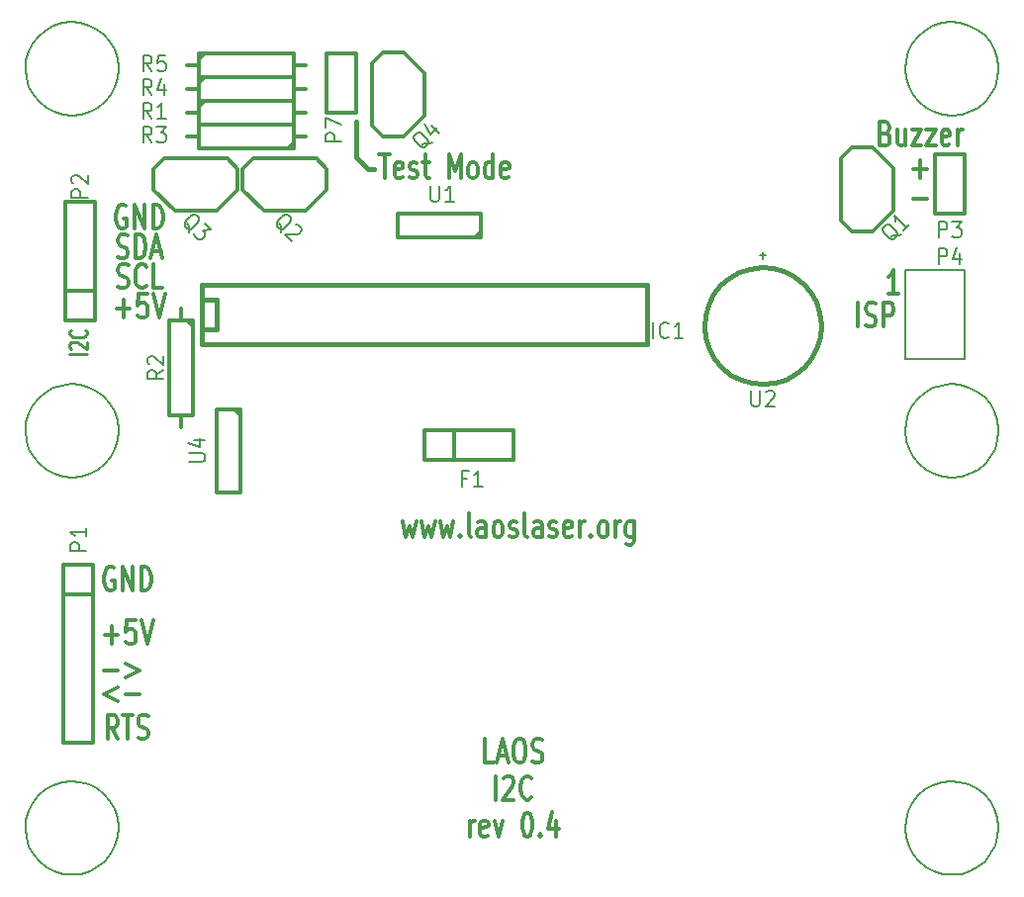
<source format=gto>
G04 (created by PCBNEW-RS274X (2012-apr-16-27)-stable) date Sun 24 Mar 2013 21:35:17 CET*
G01*
G70*
G90*
%MOIN*%
G04 Gerber Fmt 3.4, Leading zero omitted, Abs format*
%FSLAX34Y34*%
G04 APERTURE LIST*
%ADD10C,0.006000*%
%ADD11C,0.015000*%
%ADD12C,0.012000*%
%ADD13C,0.008000*%
%ADD14C,0.010000*%
%ADD15C,0.007500*%
G04 APERTURE END LIST*
G54D10*
G54D11*
X26700Y-20100D02*
X26900Y-20100D01*
X26300Y-19700D02*
X26700Y-20100D01*
X26300Y-18500D02*
X26300Y-19700D01*
G54D12*
X27086Y-19624D02*
X27429Y-19624D01*
X27258Y-20424D02*
X27258Y-19624D01*
X27857Y-20386D02*
X27800Y-20424D01*
X27686Y-20424D01*
X27629Y-20386D01*
X27600Y-20310D01*
X27600Y-20005D01*
X27629Y-19929D01*
X27686Y-19890D01*
X27800Y-19890D01*
X27857Y-19929D01*
X27886Y-20005D01*
X27886Y-20081D01*
X27600Y-20157D01*
X28114Y-20386D02*
X28171Y-20424D01*
X28286Y-20424D01*
X28343Y-20386D01*
X28371Y-20310D01*
X28371Y-20271D01*
X28343Y-20195D01*
X28286Y-20157D01*
X28200Y-20157D01*
X28143Y-20119D01*
X28114Y-20043D01*
X28114Y-20005D01*
X28143Y-19929D01*
X28200Y-19890D01*
X28286Y-19890D01*
X28343Y-19929D01*
X28543Y-19890D02*
X28772Y-19890D01*
X28629Y-19624D02*
X28629Y-20310D01*
X28657Y-20386D01*
X28715Y-20424D01*
X28772Y-20424D01*
X29429Y-20424D02*
X29429Y-19624D01*
X29629Y-20195D01*
X29829Y-19624D01*
X29829Y-20424D01*
X30201Y-20424D02*
X30143Y-20386D01*
X30115Y-20348D01*
X30086Y-20271D01*
X30086Y-20043D01*
X30115Y-19967D01*
X30143Y-19929D01*
X30201Y-19890D01*
X30286Y-19890D01*
X30343Y-19929D01*
X30372Y-19967D01*
X30401Y-20043D01*
X30401Y-20271D01*
X30372Y-20348D01*
X30343Y-20386D01*
X30286Y-20424D01*
X30201Y-20424D01*
X30915Y-20424D02*
X30915Y-19624D01*
X30915Y-20386D02*
X30858Y-20424D01*
X30744Y-20424D01*
X30686Y-20386D01*
X30658Y-20348D01*
X30629Y-20271D01*
X30629Y-20043D01*
X30658Y-19967D01*
X30686Y-19929D01*
X30744Y-19890D01*
X30858Y-19890D01*
X30915Y-19929D01*
X31429Y-20386D02*
X31372Y-20424D01*
X31258Y-20424D01*
X31201Y-20386D01*
X31172Y-20310D01*
X31172Y-20005D01*
X31201Y-19929D01*
X31258Y-19890D01*
X31372Y-19890D01*
X31429Y-19929D01*
X31458Y-20005D01*
X31458Y-20081D01*
X31172Y-20157D01*
X43215Y-25424D02*
X43215Y-24624D01*
X43472Y-25386D02*
X43558Y-25424D01*
X43701Y-25424D01*
X43758Y-25386D01*
X43787Y-25348D01*
X43815Y-25271D01*
X43815Y-25195D01*
X43787Y-25119D01*
X43758Y-25081D01*
X43701Y-25043D01*
X43587Y-25005D01*
X43529Y-24967D01*
X43501Y-24929D01*
X43472Y-24852D01*
X43472Y-24776D01*
X43501Y-24700D01*
X43529Y-24662D01*
X43587Y-24624D01*
X43729Y-24624D01*
X43815Y-24662D01*
X44072Y-25424D02*
X44072Y-24624D01*
X44300Y-24624D01*
X44358Y-24662D01*
X44386Y-24700D01*
X44415Y-24776D01*
X44415Y-24890D01*
X44386Y-24967D01*
X44358Y-25005D01*
X44300Y-25043D01*
X44072Y-25043D01*
X44572Y-24324D02*
X44229Y-24324D01*
X44401Y-24324D02*
X44401Y-23524D01*
X44344Y-23638D01*
X44286Y-23714D01*
X44229Y-23752D01*
X45072Y-21119D02*
X45529Y-21119D01*
X45072Y-20119D02*
X45529Y-20119D01*
X45300Y-20424D02*
X45300Y-19814D01*
X44143Y-18905D02*
X44229Y-18943D01*
X44257Y-18981D01*
X44286Y-19057D01*
X44286Y-19171D01*
X44257Y-19248D01*
X44229Y-19286D01*
X44171Y-19324D01*
X43943Y-19324D01*
X43943Y-18524D01*
X44143Y-18524D01*
X44200Y-18562D01*
X44229Y-18600D01*
X44257Y-18676D01*
X44257Y-18752D01*
X44229Y-18829D01*
X44200Y-18867D01*
X44143Y-18905D01*
X43943Y-18905D01*
X44800Y-18790D02*
X44800Y-19324D01*
X44543Y-18790D02*
X44543Y-19210D01*
X44571Y-19286D01*
X44629Y-19324D01*
X44714Y-19324D01*
X44771Y-19286D01*
X44800Y-19248D01*
X45029Y-18790D02*
X45343Y-18790D01*
X45029Y-19324D01*
X45343Y-19324D01*
X45515Y-18790D02*
X45829Y-18790D01*
X45515Y-19324D01*
X45829Y-19324D01*
X46286Y-19286D02*
X46229Y-19324D01*
X46115Y-19324D01*
X46058Y-19286D01*
X46029Y-19210D01*
X46029Y-18905D01*
X46058Y-18829D01*
X46115Y-18790D01*
X46229Y-18790D01*
X46286Y-18829D01*
X46315Y-18905D01*
X46315Y-18981D01*
X46029Y-19057D01*
X46572Y-19324D02*
X46572Y-18790D01*
X46572Y-18943D02*
X46600Y-18867D01*
X46629Y-18829D01*
X46686Y-18790D01*
X46743Y-18790D01*
X18143Y-33562D02*
X18086Y-33524D01*
X18000Y-33524D01*
X17915Y-33562D01*
X17857Y-33638D01*
X17829Y-33714D01*
X17800Y-33867D01*
X17800Y-33981D01*
X17829Y-34133D01*
X17857Y-34210D01*
X17915Y-34286D01*
X18000Y-34324D01*
X18057Y-34324D01*
X18143Y-34286D01*
X18172Y-34248D01*
X18172Y-33981D01*
X18057Y-33981D01*
X18429Y-34324D02*
X18429Y-33524D01*
X18772Y-34324D01*
X18772Y-33524D01*
X19058Y-34324D02*
X19058Y-33524D01*
X19201Y-33524D01*
X19286Y-33562D01*
X19344Y-33638D01*
X19372Y-33714D01*
X19401Y-33867D01*
X19401Y-33981D01*
X19372Y-34133D01*
X19344Y-34210D01*
X19286Y-34286D01*
X19201Y-34324D01*
X19058Y-34324D01*
X17829Y-35819D02*
X18286Y-35819D01*
X18057Y-36124D02*
X18057Y-35514D01*
X18858Y-35324D02*
X18572Y-35324D01*
X18543Y-35705D01*
X18572Y-35667D01*
X18629Y-35629D01*
X18772Y-35629D01*
X18829Y-35667D01*
X18858Y-35705D01*
X18886Y-35781D01*
X18886Y-35971D01*
X18858Y-36048D01*
X18829Y-36086D01*
X18772Y-36124D01*
X18629Y-36124D01*
X18572Y-36086D01*
X18543Y-36048D01*
X19057Y-35324D02*
X19257Y-36124D01*
X19457Y-35324D01*
X18272Y-39324D02*
X18072Y-38943D01*
X17929Y-39324D02*
X17929Y-38524D01*
X18157Y-38524D01*
X18215Y-38562D01*
X18243Y-38600D01*
X18272Y-38676D01*
X18272Y-38790D01*
X18243Y-38867D01*
X18215Y-38905D01*
X18157Y-38943D01*
X17929Y-38943D01*
X18443Y-38524D02*
X18786Y-38524D01*
X18615Y-39324D02*
X18615Y-38524D01*
X18957Y-39286D02*
X19043Y-39324D01*
X19186Y-39324D01*
X19243Y-39286D01*
X19272Y-39248D01*
X19300Y-39171D01*
X19300Y-39095D01*
X19272Y-39019D01*
X19243Y-38981D01*
X19186Y-38943D01*
X19072Y-38905D01*
X19014Y-38867D01*
X18986Y-38829D01*
X18957Y-38752D01*
X18957Y-38676D01*
X18986Y-38600D01*
X19014Y-38562D01*
X19072Y-38524D01*
X19214Y-38524D01*
X19300Y-38562D01*
X18257Y-37590D02*
X17800Y-37819D01*
X18257Y-38048D01*
X18543Y-37819D02*
X19000Y-37819D01*
X17800Y-37019D02*
X18257Y-37019D01*
X18543Y-36790D02*
X19000Y-37019D01*
X18543Y-37248D01*
X18229Y-24819D02*
X18686Y-24819D01*
X18457Y-25124D02*
X18457Y-24514D01*
X19258Y-24324D02*
X18972Y-24324D01*
X18943Y-24705D01*
X18972Y-24667D01*
X19029Y-24629D01*
X19172Y-24629D01*
X19229Y-24667D01*
X19258Y-24705D01*
X19286Y-24781D01*
X19286Y-24971D01*
X19258Y-25048D01*
X19229Y-25086D01*
X19172Y-25124D01*
X19029Y-25124D01*
X18972Y-25086D01*
X18943Y-25048D01*
X19457Y-24324D02*
X19657Y-25124D01*
X19857Y-24324D01*
X18286Y-24086D02*
X18372Y-24124D01*
X18515Y-24124D01*
X18572Y-24086D01*
X18601Y-24048D01*
X18629Y-23971D01*
X18629Y-23895D01*
X18601Y-23819D01*
X18572Y-23781D01*
X18515Y-23743D01*
X18401Y-23705D01*
X18343Y-23667D01*
X18315Y-23629D01*
X18286Y-23552D01*
X18286Y-23476D01*
X18315Y-23400D01*
X18343Y-23362D01*
X18401Y-23324D01*
X18543Y-23324D01*
X18629Y-23362D01*
X19229Y-24048D02*
X19200Y-24086D01*
X19114Y-24124D01*
X19057Y-24124D01*
X18972Y-24086D01*
X18914Y-24010D01*
X18886Y-23933D01*
X18857Y-23781D01*
X18857Y-23667D01*
X18886Y-23514D01*
X18914Y-23438D01*
X18972Y-23362D01*
X19057Y-23324D01*
X19114Y-23324D01*
X19200Y-23362D01*
X19229Y-23400D01*
X19772Y-24124D02*
X19486Y-24124D01*
X19486Y-23324D01*
X18272Y-23086D02*
X18358Y-23124D01*
X18501Y-23124D01*
X18558Y-23086D01*
X18587Y-23048D01*
X18615Y-22971D01*
X18615Y-22895D01*
X18587Y-22819D01*
X18558Y-22781D01*
X18501Y-22743D01*
X18387Y-22705D01*
X18329Y-22667D01*
X18301Y-22629D01*
X18272Y-22552D01*
X18272Y-22476D01*
X18301Y-22400D01*
X18329Y-22362D01*
X18387Y-22324D01*
X18529Y-22324D01*
X18615Y-22362D01*
X18872Y-23124D02*
X18872Y-22324D01*
X19015Y-22324D01*
X19100Y-22362D01*
X19158Y-22438D01*
X19186Y-22514D01*
X19215Y-22667D01*
X19215Y-22781D01*
X19186Y-22933D01*
X19158Y-23010D01*
X19100Y-23086D01*
X19015Y-23124D01*
X18872Y-23124D01*
X19443Y-22895D02*
X19729Y-22895D01*
X19386Y-23124D02*
X19586Y-22324D01*
X19786Y-23124D01*
X18543Y-21362D02*
X18486Y-21324D01*
X18400Y-21324D01*
X18315Y-21362D01*
X18257Y-21438D01*
X18229Y-21514D01*
X18200Y-21667D01*
X18200Y-21781D01*
X18229Y-21933D01*
X18257Y-22010D01*
X18315Y-22086D01*
X18400Y-22124D01*
X18457Y-22124D01*
X18543Y-22086D01*
X18572Y-22048D01*
X18572Y-21781D01*
X18457Y-21781D01*
X18829Y-22124D02*
X18829Y-21324D01*
X19172Y-22124D01*
X19172Y-21324D01*
X19458Y-22124D02*
X19458Y-21324D01*
X19601Y-21324D01*
X19686Y-21362D01*
X19744Y-21438D01*
X19772Y-21514D01*
X19801Y-21667D01*
X19801Y-21781D01*
X19772Y-21933D01*
X19744Y-22010D01*
X19686Y-22086D01*
X19601Y-22124D01*
X19458Y-22124D01*
X30929Y-40124D02*
X30643Y-40124D01*
X30643Y-39324D01*
X31100Y-39895D02*
X31386Y-39895D01*
X31043Y-40124D02*
X31243Y-39324D01*
X31443Y-40124D01*
X31757Y-39324D02*
X31871Y-39324D01*
X31929Y-39362D01*
X31986Y-39438D01*
X32014Y-39590D01*
X32014Y-39857D01*
X31986Y-40010D01*
X31929Y-40086D01*
X31871Y-40124D01*
X31757Y-40124D01*
X31700Y-40086D01*
X31643Y-40010D01*
X31614Y-39857D01*
X31614Y-39590D01*
X31643Y-39438D01*
X31700Y-39362D01*
X31757Y-39324D01*
X32243Y-40086D02*
X32329Y-40124D01*
X32472Y-40124D01*
X32529Y-40086D01*
X32558Y-40048D01*
X32586Y-39971D01*
X32586Y-39895D01*
X32558Y-39819D01*
X32529Y-39781D01*
X32472Y-39743D01*
X32358Y-39705D01*
X32300Y-39667D01*
X32272Y-39629D01*
X32243Y-39552D01*
X32243Y-39476D01*
X32272Y-39400D01*
X32300Y-39362D01*
X32358Y-39324D01*
X32500Y-39324D01*
X32586Y-39362D01*
X31015Y-41364D02*
X31015Y-40564D01*
X31272Y-40640D02*
X31301Y-40602D01*
X31358Y-40564D01*
X31501Y-40564D01*
X31558Y-40602D01*
X31587Y-40640D01*
X31615Y-40716D01*
X31615Y-40792D01*
X31587Y-40907D01*
X31244Y-41364D01*
X31615Y-41364D01*
X32215Y-41288D02*
X32186Y-41326D01*
X32100Y-41364D01*
X32043Y-41364D01*
X31958Y-41326D01*
X31900Y-41250D01*
X31872Y-41173D01*
X31843Y-41021D01*
X31843Y-40907D01*
X31872Y-40754D01*
X31900Y-40678D01*
X31958Y-40602D01*
X32043Y-40564D01*
X32100Y-40564D01*
X32186Y-40602D01*
X32215Y-40640D01*
X30130Y-42604D02*
X30130Y-42070D01*
X30130Y-42223D02*
X30158Y-42147D01*
X30187Y-42109D01*
X30244Y-42070D01*
X30301Y-42070D01*
X30729Y-42566D02*
X30672Y-42604D01*
X30558Y-42604D01*
X30501Y-42566D01*
X30472Y-42490D01*
X30472Y-42185D01*
X30501Y-42109D01*
X30558Y-42070D01*
X30672Y-42070D01*
X30729Y-42109D01*
X30758Y-42185D01*
X30758Y-42261D01*
X30472Y-42337D01*
X30958Y-42070D02*
X31101Y-42604D01*
X31243Y-42070D01*
X32043Y-41804D02*
X32100Y-41804D01*
X32157Y-41842D01*
X32186Y-41880D01*
X32215Y-41956D01*
X32243Y-42109D01*
X32243Y-42299D01*
X32215Y-42451D01*
X32186Y-42528D01*
X32157Y-42566D01*
X32100Y-42604D01*
X32043Y-42604D01*
X31986Y-42566D01*
X31957Y-42528D01*
X31929Y-42451D01*
X31900Y-42299D01*
X31900Y-42109D01*
X31929Y-41956D01*
X31957Y-41880D01*
X31986Y-41842D01*
X32043Y-41804D01*
X32500Y-42528D02*
X32528Y-42566D01*
X32500Y-42604D01*
X32471Y-42566D01*
X32500Y-42528D01*
X32500Y-42604D01*
X33043Y-42070D02*
X33043Y-42604D01*
X32900Y-41766D02*
X32757Y-42337D01*
X33129Y-42337D01*
X27871Y-31990D02*
X27985Y-32524D01*
X28099Y-32143D01*
X28214Y-32524D01*
X28328Y-31990D01*
X28500Y-31990D02*
X28614Y-32524D01*
X28728Y-32143D01*
X28843Y-32524D01*
X28957Y-31990D01*
X29129Y-31990D02*
X29243Y-32524D01*
X29357Y-32143D01*
X29472Y-32524D01*
X29586Y-31990D01*
X29815Y-32448D02*
X29843Y-32486D01*
X29815Y-32524D01*
X29786Y-32486D01*
X29815Y-32448D01*
X29815Y-32524D01*
X30187Y-32524D02*
X30129Y-32486D01*
X30101Y-32410D01*
X30101Y-31724D01*
X30672Y-32524D02*
X30672Y-32105D01*
X30643Y-32029D01*
X30586Y-31990D01*
X30472Y-31990D01*
X30415Y-32029D01*
X30672Y-32486D02*
X30615Y-32524D01*
X30472Y-32524D01*
X30415Y-32486D01*
X30386Y-32410D01*
X30386Y-32333D01*
X30415Y-32257D01*
X30472Y-32219D01*
X30615Y-32219D01*
X30672Y-32181D01*
X31044Y-32524D02*
X30986Y-32486D01*
X30958Y-32448D01*
X30929Y-32371D01*
X30929Y-32143D01*
X30958Y-32067D01*
X30986Y-32029D01*
X31044Y-31990D01*
X31129Y-31990D01*
X31186Y-32029D01*
X31215Y-32067D01*
X31244Y-32143D01*
X31244Y-32371D01*
X31215Y-32448D01*
X31186Y-32486D01*
X31129Y-32524D01*
X31044Y-32524D01*
X31472Y-32486D02*
X31529Y-32524D01*
X31644Y-32524D01*
X31701Y-32486D01*
X31729Y-32410D01*
X31729Y-32371D01*
X31701Y-32295D01*
X31644Y-32257D01*
X31558Y-32257D01*
X31501Y-32219D01*
X31472Y-32143D01*
X31472Y-32105D01*
X31501Y-32029D01*
X31558Y-31990D01*
X31644Y-31990D01*
X31701Y-32029D01*
X32073Y-32524D02*
X32015Y-32486D01*
X31987Y-32410D01*
X31987Y-31724D01*
X32558Y-32524D02*
X32558Y-32105D01*
X32529Y-32029D01*
X32472Y-31990D01*
X32358Y-31990D01*
X32301Y-32029D01*
X32558Y-32486D02*
X32501Y-32524D01*
X32358Y-32524D01*
X32301Y-32486D01*
X32272Y-32410D01*
X32272Y-32333D01*
X32301Y-32257D01*
X32358Y-32219D01*
X32501Y-32219D01*
X32558Y-32181D01*
X32815Y-32486D02*
X32872Y-32524D01*
X32987Y-32524D01*
X33044Y-32486D01*
X33072Y-32410D01*
X33072Y-32371D01*
X33044Y-32295D01*
X32987Y-32257D01*
X32901Y-32257D01*
X32844Y-32219D01*
X32815Y-32143D01*
X32815Y-32105D01*
X32844Y-32029D01*
X32901Y-31990D01*
X32987Y-31990D01*
X33044Y-32029D01*
X33558Y-32486D02*
X33501Y-32524D01*
X33387Y-32524D01*
X33330Y-32486D01*
X33301Y-32410D01*
X33301Y-32105D01*
X33330Y-32029D01*
X33387Y-31990D01*
X33501Y-31990D01*
X33558Y-32029D01*
X33587Y-32105D01*
X33587Y-32181D01*
X33301Y-32257D01*
X33844Y-32524D02*
X33844Y-31990D01*
X33844Y-32143D02*
X33872Y-32067D01*
X33901Y-32029D01*
X33958Y-31990D01*
X34015Y-31990D01*
X34215Y-32448D02*
X34243Y-32486D01*
X34215Y-32524D01*
X34186Y-32486D01*
X34215Y-32448D01*
X34215Y-32524D01*
X34587Y-32524D02*
X34529Y-32486D01*
X34501Y-32448D01*
X34472Y-32371D01*
X34472Y-32143D01*
X34501Y-32067D01*
X34529Y-32029D01*
X34587Y-31990D01*
X34672Y-31990D01*
X34729Y-32029D01*
X34758Y-32067D01*
X34787Y-32143D01*
X34787Y-32371D01*
X34758Y-32448D01*
X34729Y-32486D01*
X34672Y-32524D01*
X34587Y-32524D01*
X35044Y-32524D02*
X35044Y-31990D01*
X35044Y-32143D02*
X35072Y-32067D01*
X35101Y-32029D01*
X35158Y-31990D01*
X35215Y-31990D01*
X35672Y-31990D02*
X35672Y-32638D01*
X35643Y-32714D01*
X35615Y-32752D01*
X35558Y-32790D01*
X35472Y-32790D01*
X35415Y-32752D01*
X35672Y-32486D02*
X35615Y-32524D01*
X35501Y-32524D01*
X35443Y-32486D01*
X35415Y-32448D01*
X35386Y-32371D01*
X35386Y-32143D01*
X35415Y-32067D01*
X35443Y-32029D01*
X35501Y-31990D01*
X35615Y-31990D01*
X35672Y-32029D01*
X42646Y-19739D02*
X42646Y-21861D01*
X42646Y-21861D02*
X43000Y-22214D01*
X43000Y-22214D02*
X43707Y-22214D01*
X43707Y-22214D02*
X44414Y-21507D01*
X44414Y-21507D02*
X44414Y-20093D01*
X44414Y-20093D02*
X43707Y-19386D01*
X43707Y-19386D02*
X43000Y-19386D01*
X43000Y-19386D02*
X42646Y-19739D01*
X16450Y-33450D02*
X17450Y-33450D01*
X17450Y-33450D02*
X17450Y-39450D01*
X17450Y-39450D02*
X16450Y-39450D01*
X16450Y-39450D02*
X16450Y-33450D01*
X16450Y-34450D02*
X17450Y-34450D01*
X16500Y-25200D02*
X16500Y-25200D01*
X17500Y-25200D02*
X16500Y-25200D01*
X16500Y-25200D02*
X16500Y-25200D01*
X16500Y-25200D02*
X16500Y-21200D01*
X16500Y-21200D02*
X17500Y-21200D01*
X17500Y-21200D02*
X17500Y-25200D01*
X17500Y-24200D02*
X16500Y-24200D01*
X28600Y-29900D02*
X28600Y-28900D01*
X28600Y-28900D02*
X31600Y-28900D01*
X31600Y-28900D02*
X31600Y-29900D01*
X31600Y-29900D02*
X28600Y-29900D01*
X29600Y-28900D02*
X29600Y-29900D01*
G54D11*
X21100Y-24000D02*
X36100Y-24000D01*
X36100Y-24000D02*
X36100Y-26000D01*
X36100Y-26000D02*
X21100Y-26000D01*
X21100Y-26000D02*
X21100Y-24000D01*
X21100Y-24500D02*
X21600Y-24500D01*
X21600Y-24500D02*
X21600Y-25500D01*
X21600Y-25500D02*
X21100Y-25500D01*
G54D12*
X30500Y-22400D02*
X27700Y-22400D01*
X27700Y-22400D02*
X27700Y-21600D01*
X27700Y-21600D02*
X30500Y-21600D01*
X30500Y-21600D02*
X30500Y-22400D01*
X30500Y-22200D02*
X30300Y-22400D01*
G54D11*
X41969Y-25390D02*
X41931Y-25772D01*
X41820Y-26140D01*
X41640Y-26479D01*
X41397Y-26777D01*
X41101Y-27022D01*
X40763Y-27205D01*
X40395Y-27318D01*
X40013Y-27358D01*
X39632Y-27324D01*
X39263Y-27215D01*
X38922Y-27037D01*
X38623Y-26796D01*
X38376Y-26502D01*
X38191Y-26165D01*
X38075Y-25799D01*
X38032Y-25417D01*
X38064Y-25035D01*
X38170Y-24666D01*
X38345Y-24324D01*
X38584Y-24023D01*
X38877Y-23774D01*
X39212Y-23586D01*
X39578Y-23467D01*
X39959Y-23422D01*
X40341Y-23451D01*
X40712Y-23555D01*
X41055Y-23728D01*
X41357Y-23965D01*
X41608Y-24256D01*
X41798Y-24590D01*
X41920Y-24954D01*
X41968Y-25336D01*
X41969Y-25390D01*
G54D12*
X22400Y-28200D02*
X22400Y-31000D01*
X22400Y-31000D02*
X21600Y-31000D01*
X21600Y-31000D02*
X21600Y-28200D01*
X21600Y-28200D02*
X22400Y-28200D01*
X22200Y-28200D02*
X22400Y-28400D01*
X25300Y-16200D02*
X26300Y-16200D01*
X26300Y-16200D02*
X26300Y-18200D01*
X26300Y-18200D02*
X25300Y-18200D01*
X25300Y-18200D02*
X25300Y-16200D01*
X20600Y-18200D02*
X21000Y-18200D01*
X21000Y-18200D02*
X21000Y-17800D01*
X21000Y-17800D02*
X24200Y-17800D01*
X24200Y-17800D02*
X24200Y-18600D01*
X24200Y-18600D02*
X21000Y-18600D01*
X21000Y-18600D02*
X21000Y-18200D01*
X21000Y-18000D02*
X21200Y-17800D01*
X24600Y-18200D02*
X24200Y-18200D01*
X20400Y-24800D02*
X20400Y-25200D01*
X20400Y-25200D02*
X20800Y-25200D01*
X20800Y-25200D02*
X20800Y-28400D01*
X20800Y-28400D02*
X20000Y-28400D01*
X20000Y-28400D02*
X20000Y-25200D01*
X20000Y-25200D02*
X20400Y-25200D01*
X20600Y-25200D02*
X20800Y-25400D01*
X20400Y-28800D02*
X20400Y-28400D01*
G54D10*
X47953Y-42323D02*
X47923Y-42628D01*
X47834Y-42923D01*
X47689Y-43194D01*
X47495Y-43432D01*
X47258Y-43628D01*
X46988Y-43774D01*
X46694Y-43865D01*
X46388Y-43897D01*
X46083Y-43870D01*
X45788Y-43783D01*
X45516Y-43640D01*
X45277Y-43448D01*
X45079Y-43212D01*
X44931Y-42943D01*
X44838Y-42650D01*
X44804Y-42344D01*
X44829Y-42039D01*
X44914Y-41744D01*
X45055Y-41470D01*
X45246Y-41229D01*
X45480Y-41030D01*
X45748Y-40880D01*
X46040Y-40785D01*
X46346Y-40749D01*
X46651Y-40772D01*
X46947Y-40855D01*
X47221Y-40994D01*
X47464Y-41183D01*
X47665Y-41416D01*
X47816Y-41683D01*
X47913Y-41975D01*
X47952Y-42280D01*
X47953Y-42323D01*
X18307Y-42323D02*
X18277Y-42628D01*
X18188Y-42923D01*
X18043Y-43194D01*
X17849Y-43432D01*
X17612Y-43628D01*
X17342Y-43774D01*
X17048Y-43865D01*
X16742Y-43897D01*
X16437Y-43870D01*
X16142Y-43783D01*
X15870Y-43640D01*
X15631Y-43448D01*
X15433Y-43212D01*
X15285Y-42943D01*
X15192Y-42650D01*
X15158Y-42344D01*
X15183Y-42039D01*
X15268Y-41744D01*
X15409Y-41470D01*
X15600Y-41229D01*
X15834Y-41030D01*
X16102Y-40880D01*
X16394Y-40785D01*
X16700Y-40749D01*
X17005Y-40772D01*
X17301Y-40855D01*
X17575Y-40994D01*
X17818Y-41183D01*
X18019Y-41416D01*
X18170Y-41683D01*
X18267Y-41975D01*
X18306Y-42280D01*
X18307Y-42323D01*
X18307Y-28937D02*
X18277Y-29242D01*
X18188Y-29537D01*
X18043Y-29808D01*
X17849Y-30046D01*
X17612Y-30242D01*
X17342Y-30388D01*
X17048Y-30479D01*
X16742Y-30511D01*
X16437Y-30484D01*
X16142Y-30397D01*
X15870Y-30254D01*
X15631Y-30062D01*
X15433Y-29826D01*
X15285Y-29557D01*
X15192Y-29264D01*
X15158Y-28958D01*
X15183Y-28653D01*
X15268Y-28358D01*
X15409Y-28084D01*
X15600Y-27843D01*
X15834Y-27644D01*
X16102Y-27494D01*
X16394Y-27399D01*
X16700Y-27363D01*
X17005Y-27386D01*
X17301Y-27469D01*
X17575Y-27608D01*
X17818Y-27797D01*
X18019Y-28030D01*
X18170Y-28297D01*
X18267Y-28589D01*
X18306Y-28894D01*
X18307Y-28937D01*
X47953Y-28937D02*
X47923Y-29242D01*
X47834Y-29537D01*
X47689Y-29808D01*
X47495Y-30046D01*
X47258Y-30242D01*
X46988Y-30388D01*
X46694Y-30479D01*
X46388Y-30511D01*
X46083Y-30484D01*
X45788Y-30397D01*
X45516Y-30254D01*
X45277Y-30062D01*
X45079Y-29826D01*
X44931Y-29557D01*
X44838Y-29264D01*
X44804Y-28958D01*
X44829Y-28653D01*
X44914Y-28358D01*
X45055Y-28084D01*
X45246Y-27843D01*
X45480Y-27644D01*
X45748Y-27494D01*
X46040Y-27399D01*
X46346Y-27363D01*
X46651Y-27386D01*
X46947Y-27469D01*
X47221Y-27608D01*
X47464Y-27797D01*
X47665Y-28030D01*
X47816Y-28297D01*
X47913Y-28589D01*
X47952Y-28894D01*
X47953Y-28937D01*
X47953Y-16732D02*
X47923Y-17037D01*
X47834Y-17332D01*
X47689Y-17603D01*
X47495Y-17841D01*
X47258Y-18037D01*
X46988Y-18183D01*
X46694Y-18274D01*
X46388Y-18306D01*
X46083Y-18279D01*
X45788Y-18192D01*
X45516Y-18049D01*
X45277Y-17857D01*
X45079Y-17621D01*
X44931Y-17352D01*
X44838Y-17059D01*
X44804Y-16753D01*
X44829Y-16448D01*
X44914Y-16153D01*
X45055Y-15879D01*
X45246Y-15638D01*
X45480Y-15439D01*
X45748Y-15289D01*
X46040Y-15194D01*
X46346Y-15158D01*
X46651Y-15181D01*
X46947Y-15264D01*
X47221Y-15403D01*
X47464Y-15592D01*
X47665Y-15825D01*
X47816Y-16092D01*
X47913Y-16384D01*
X47952Y-16689D01*
X47953Y-16732D01*
X18307Y-16732D02*
X18277Y-17037D01*
X18188Y-17332D01*
X18043Y-17603D01*
X17849Y-17841D01*
X17612Y-18037D01*
X17342Y-18183D01*
X17048Y-18274D01*
X16742Y-18306D01*
X16437Y-18279D01*
X16142Y-18192D01*
X15870Y-18049D01*
X15631Y-17857D01*
X15433Y-17621D01*
X15285Y-17352D01*
X15192Y-17059D01*
X15158Y-16753D01*
X15183Y-16448D01*
X15268Y-16153D01*
X15409Y-15879D01*
X15600Y-15638D01*
X15834Y-15439D01*
X16102Y-15289D01*
X16394Y-15194D01*
X16700Y-15158D01*
X17005Y-15181D01*
X17301Y-15264D01*
X17575Y-15403D01*
X17818Y-15592D01*
X18019Y-15825D01*
X18170Y-16092D01*
X18267Y-16384D01*
X18306Y-16689D01*
X18307Y-16732D01*
G54D12*
X24600Y-19000D02*
X24200Y-19000D01*
X24200Y-19000D02*
X24200Y-19400D01*
X24200Y-19400D02*
X21000Y-19400D01*
X21000Y-19400D02*
X21000Y-18600D01*
X21000Y-18600D02*
X24200Y-18600D01*
X24200Y-18600D02*
X24200Y-19000D01*
X24200Y-19200D02*
X24000Y-19400D01*
X20600Y-19000D02*
X21000Y-19000D01*
X20600Y-17400D02*
X21000Y-17400D01*
X21000Y-17400D02*
X21000Y-17000D01*
X21000Y-17000D02*
X24200Y-17000D01*
X24200Y-17000D02*
X24200Y-17800D01*
X24200Y-17800D02*
X21000Y-17800D01*
X21000Y-17800D02*
X21000Y-17400D01*
X21000Y-17200D02*
X21200Y-17000D01*
X24600Y-17400D02*
X24200Y-17400D01*
X20600Y-16600D02*
X21000Y-16600D01*
X21000Y-16600D02*
X21000Y-16200D01*
X21000Y-16200D02*
X24200Y-16200D01*
X24200Y-16200D02*
X24200Y-17000D01*
X24200Y-17000D02*
X21000Y-17000D01*
X21000Y-17000D02*
X21000Y-16600D01*
X21000Y-16400D02*
X21200Y-16200D01*
X24600Y-16600D02*
X24200Y-16600D01*
X24961Y-19746D02*
X22839Y-19746D01*
X22839Y-19746D02*
X22486Y-20100D01*
X22486Y-20100D02*
X22486Y-20807D01*
X22486Y-20807D02*
X23193Y-21514D01*
X23193Y-21514D02*
X24607Y-21514D01*
X24607Y-21514D02*
X25314Y-20807D01*
X25314Y-20807D02*
X25314Y-20100D01*
X25314Y-20100D02*
X24961Y-19746D01*
X21961Y-19746D02*
X19839Y-19746D01*
X19839Y-19746D02*
X19486Y-20100D01*
X19486Y-20100D02*
X19486Y-20807D01*
X19486Y-20807D02*
X20193Y-21514D01*
X20193Y-21514D02*
X21607Y-21514D01*
X21607Y-21514D02*
X22314Y-20807D01*
X22314Y-20807D02*
X22314Y-20100D01*
X22314Y-20100D02*
X21961Y-19746D01*
X26846Y-16539D02*
X26846Y-18661D01*
X26846Y-18661D02*
X27200Y-19014D01*
X27200Y-19014D02*
X27907Y-19014D01*
X27907Y-19014D02*
X28614Y-18307D01*
X28614Y-18307D02*
X28614Y-16893D01*
X28614Y-16893D02*
X27907Y-16186D01*
X27907Y-16186D02*
X27200Y-16186D01*
X27200Y-16186D02*
X26846Y-16539D01*
X46800Y-21600D02*
X45800Y-21600D01*
X45800Y-21600D02*
X45800Y-19600D01*
X45800Y-19600D02*
X46800Y-19600D01*
X46800Y-19600D02*
X46800Y-21600D01*
G54D13*
X44800Y-26500D02*
X44800Y-23500D01*
X46800Y-23500D02*
X46800Y-26500D01*
X46800Y-26500D02*
X44800Y-26500D01*
X44800Y-23500D02*
X46800Y-23500D01*
X44661Y-22328D02*
X44609Y-22343D01*
X44537Y-22340D01*
X44432Y-22335D01*
X44380Y-22350D01*
X44346Y-22384D01*
X44455Y-22460D02*
X44403Y-22474D01*
X44332Y-22471D01*
X44241Y-22414D01*
X44112Y-22285D01*
X44055Y-22193D01*
X44052Y-22123D01*
X44067Y-22071D01*
X44134Y-22003D01*
X44186Y-21988D01*
X44257Y-21991D01*
X44348Y-22048D01*
X44477Y-22178D01*
X44535Y-22269D01*
X44537Y-22340D01*
X44523Y-22392D01*
X44455Y-22460D01*
X44944Y-21971D02*
X44742Y-22174D01*
X44843Y-22072D02*
X44454Y-21684D01*
X44475Y-21773D01*
X44479Y-21843D01*
X44464Y-21896D01*
X17223Y-32969D02*
X16673Y-32969D01*
X16673Y-32778D01*
X16699Y-32731D01*
X16725Y-32707D01*
X16777Y-32683D01*
X16856Y-32683D01*
X16908Y-32707D01*
X16935Y-32731D01*
X16961Y-32778D01*
X16961Y-32969D01*
X17223Y-32207D02*
X17223Y-32493D01*
X17223Y-32350D02*
X16673Y-32350D01*
X16751Y-32398D01*
X16804Y-32445D01*
X16830Y-32493D01*
X17273Y-21069D02*
X16723Y-21069D01*
X16723Y-20878D01*
X16749Y-20831D01*
X16775Y-20807D01*
X16827Y-20783D01*
X16906Y-20783D01*
X16958Y-20807D01*
X16985Y-20831D01*
X17011Y-20878D01*
X17011Y-21069D01*
X16775Y-20593D02*
X16749Y-20569D01*
X16723Y-20521D01*
X16723Y-20402D01*
X16749Y-20355D01*
X16775Y-20331D01*
X16827Y-20307D01*
X16880Y-20307D01*
X16958Y-20331D01*
X17273Y-20617D01*
X17273Y-20307D01*
G54D14*
X17243Y-26340D02*
X16643Y-26340D01*
X16700Y-26169D02*
X16671Y-26150D01*
X16643Y-26112D01*
X16643Y-26016D01*
X16671Y-25978D01*
X16700Y-25959D01*
X16757Y-25940D01*
X16814Y-25940D01*
X16900Y-25959D01*
X17243Y-26188D01*
X17243Y-25940D01*
X17186Y-25540D02*
X17214Y-25559D01*
X17243Y-25616D01*
X17243Y-25654D01*
X17214Y-25712D01*
X17157Y-25750D01*
X17100Y-25769D01*
X16986Y-25788D01*
X16900Y-25788D01*
X16786Y-25769D01*
X16729Y-25750D01*
X16671Y-25712D01*
X16643Y-25654D01*
X16643Y-25616D01*
X16671Y-25559D01*
X16700Y-25540D01*
G54D13*
X30034Y-30535D02*
X29867Y-30535D01*
X29867Y-30823D02*
X29867Y-30273D01*
X30105Y-30273D01*
X30558Y-30823D02*
X30272Y-30823D01*
X30415Y-30823D02*
X30415Y-30273D01*
X30367Y-30351D01*
X30320Y-30404D01*
X30272Y-30430D01*
X36312Y-25823D02*
X36312Y-25273D01*
X36836Y-25770D02*
X36812Y-25796D01*
X36741Y-25823D01*
X36693Y-25823D01*
X36621Y-25796D01*
X36574Y-25744D01*
X36550Y-25692D01*
X36526Y-25587D01*
X36526Y-25508D01*
X36550Y-25404D01*
X36574Y-25351D01*
X36621Y-25299D01*
X36693Y-25273D01*
X36741Y-25273D01*
X36812Y-25299D01*
X36836Y-25325D01*
X37312Y-25823D02*
X37026Y-25823D01*
X37169Y-25823D02*
X37169Y-25273D01*
X37121Y-25351D01*
X37074Y-25404D01*
X37026Y-25430D01*
X28819Y-20673D02*
X28819Y-21118D01*
X28843Y-21170D01*
X28867Y-21196D01*
X28914Y-21223D01*
X29010Y-21223D01*
X29057Y-21196D01*
X29081Y-21170D01*
X29105Y-21118D01*
X29105Y-20673D01*
X29605Y-21223D02*
X29319Y-21223D01*
X29462Y-21223D02*
X29462Y-20673D01*
X29414Y-20751D01*
X29367Y-20804D01*
X29319Y-20830D01*
X39619Y-27573D02*
X39619Y-28018D01*
X39643Y-28070D01*
X39667Y-28096D01*
X39714Y-28123D01*
X39810Y-28123D01*
X39857Y-28096D01*
X39881Y-28070D01*
X39905Y-28018D01*
X39905Y-27573D01*
X40119Y-27625D02*
X40143Y-27599D01*
X40191Y-27573D01*
X40310Y-27573D01*
X40357Y-27599D01*
X40381Y-27625D01*
X40405Y-27677D01*
X40405Y-27730D01*
X40381Y-27808D01*
X40095Y-28123D01*
X40405Y-28123D01*
G54D15*
X40007Y-23142D02*
X40007Y-22913D01*
X40121Y-23027D02*
X39893Y-23027D01*
G54D13*
X20673Y-29981D02*
X21118Y-29981D01*
X21170Y-29957D01*
X21196Y-29933D01*
X21223Y-29886D01*
X21223Y-29790D01*
X21196Y-29743D01*
X21170Y-29719D01*
X21118Y-29695D01*
X20673Y-29695D01*
X20856Y-29243D02*
X21223Y-29243D01*
X20646Y-29362D02*
X21039Y-29481D01*
X21039Y-29171D01*
X25823Y-19169D02*
X25273Y-19169D01*
X25273Y-18978D01*
X25299Y-18931D01*
X25325Y-18907D01*
X25377Y-18883D01*
X25456Y-18883D01*
X25508Y-18907D01*
X25535Y-18931D01*
X25561Y-18978D01*
X25561Y-19169D01*
X25273Y-18717D02*
X25273Y-18383D01*
X25823Y-18598D01*
X19417Y-18423D02*
X19250Y-18161D01*
X19131Y-18423D02*
X19131Y-17873D01*
X19322Y-17873D01*
X19369Y-17899D01*
X19393Y-17925D01*
X19417Y-17977D01*
X19417Y-18056D01*
X19393Y-18108D01*
X19369Y-18135D01*
X19322Y-18161D01*
X19131Y-18161D01*
X19893Y-18423D02*
X19607Y-18423D01*
X19750Y-18423D02*
X19750Y-17873D01*
X19702Y-17951D01*
X19655Y-18004D01*
X19607Y-18030D01*
X19823Y-26883D02*
X19561Y-27050D01*
X19823Y-27169D02*
X19273Y-27169D01*
X19273Y-26978D01*
X19299Y-26931D01*
X19325Y-26907D01*
X19377Y-26883D01*
X19456Y-26883D01*
X19508Y-26907D01*
X19535Y-26931D01*
X19561Y-26978D01*
X19561Y-27169D01*
X19325Y-26693D02*
X19299Y-26669D01*
X19273Y-26621D01*
X19273Y-26502D01*
X19299Y-26455D01*
X19325Y-26431D01*
X19377Y-26407D01*
X19430Y-26407D01*
X19508Y-26431D01*
X19823Y-26717D01*
X19823Y-26407D01*
X19417Y-19223D02*
X19250Y-18961D01*
X19131Y-19223D02*
X19131Y-18673D01*
X19322Y-18673D01*
X19369Y-18699D01*
X19393Y-18725D01*
X19417Y-18777D01*
X19417Y-18856D01*
X19393Y-18908D01*
X19369Y-18935D01*
X19322Y-18961D01*
X19131Y-18961D01*
X19583Y-18673D02*
X19893Y-18673D01*
X19726Y-18882D01*
X19798Y-18882D01*
X19845Y-18908D01*
X19869Y-18935D01*
X19893Y-18987D01*
X19893Y-19118D01*
X19869Y-19170D01*
X19845Y-19196D01*
X19798Y-19223D01*
X19655Y-19223D01*
X19607Y-19196D01*
X19583Y-19170D01*
X19417Y-17623D02*
X19250Y-17361D01*
X19131Y-17623D02*
X19131Y-17073D01*
X19322Y-17073D01*
X19369Y-17099D01*
X19393Y-17125D01*
X19417Y-17177D01*
X19417Y-17256D01*
X19393Y-17308D01*
X19369Y-17335D01*
X19322Y-17361D01*
X19131Y-17361D01*
X19845Y-17256D02*
X19845Y-17623D01*
X19726Y-17046D02*
X19607Y-17439D01*
X19917Y-17439D01*
X19417Y-16823D02*
X19250Y-16561D01*
X19131Y-16823D02*
X19131Y-16273D01*
X19322Y-16273D01*
X19369Y-16299D01*
X19393Y-16325D01*
X19417Y-16377D01*
X19417Y-16456D01*
X19393Y-16508D01*
X19369Y-16535D01*
X19322Y-16561D01*
X19131Y-16561D01*
X19869Y-16273D02*
X19631Y-16273D01*
X19607Y-16535D01*
X19631Y-16508D01*
X19679Y-16482D01*
X19798Y-16482D01*
X19845Y-16508D01*
X19869Y-16535D01*
X19893Y-16587D01*
X19893Y-16718D01*
X19869Y-16770D01*
X19845Y-16796D01*
X19798Y-16823D01*
X19679Y-16823D01*
X19631Y-16796D01*
X19607Y-16770D01*
X23772Y-22261D02*
X23757Y-22209D01*
X23760Y-22137D01*
X23765Y-22032D01*
X23750Y-21980D01*
X23716Y-21946D01*
X23640Y-22055D02*
X23626Y-22003D01*
X23629Y-21932D01*
X23686Y-21841D01*
X23815Y-21712D01*
X23907Y-21655D01*
X23977Y-21652D01*
X24029Y-21667D01*
X24097Y-21734D01*
X24112Y-21786D01*
X24109Y-21857D01*
X24052Y-21948D01*
X23922Y-22077D01*
X23831Y-22135D01*
X23760Y-22137D01*
X23708Y-22123D01*
X23640Y-22055D01*
X24279Y-21990D02*
X24314Y-21988D01*
X24366Y-22004D01*
X24450Y-22088D01*
X24465Y-22140D01*
X24464Y-22175D01*
X24444Y-22229D01*
X24407Y-22266D01*
X24334Y-22304D01*
X23909Y-22325D01*
X24129Y-22544D01*
X20672Y-22261D02*
X20657Y-22209D01*
X20660Y-22137D01*
X20665Y-22032D01*
X20650Y-21980D01*
X20616Y-21946D01*
X20540Y-22055D02*
X20526Y-22003D01*
X20529Y-21932D01*
X20586Y-21841D01*
X20715Y-21712D01*
X20807Y-21655D01*
X20877Y-21652D01*
X20929Y-21667D01*
X20997Y-21734D01*
X21012Y-21786D01*
X21009Y-21857D01*
X20952Y-21948D01*
X20822Y-22077D01*
X20731Y-22135D01*
X20660Y-22137D01*
X20608Y-22123D01*
X20540Y-22055D01*
X21198Y-21936D02*
X21418Y-22155D01*
X21152Y-22185D01*
X21203Y-22236D01*
X21217Y-22287D01*
X21215Y-22323D01*
X21196Y-22377D01*
X21103Y-22470D01*
X21049Y-22490D01*
X21014Y-22491D01*
X20962Y-22477D01*
X20860Y-22376D01*
X20846Y-22323D01*
X20847Y-22287D01*
X28861Y-19228D02*
X28809Y-19243D01*
X28737Y-19240D01*
X28632Y-19235D01*
X28580Y-19250D01*
X28546Y-19284D01*
X28655Y-19360D02*
X28603Y-19374D01*
X28532Y-19371D01*
X28441Y-19314D01*
X28312Y-19185D01*
X28255Y-19093D01*
X28252Y-19023D01*
X28267Y-18971D01*
X28334Y-18903D01*
X28386Y-18888D01*
X28457Y-18891D01*
X28548Y-18948D01*
X28677Y-19078D01*
X28735Y-19169D01*
X28737Y-19240D01*
X28723Y-19292D01*
X28655Y-19360D01*
X28851Y-18646D02*
X29110Y-18905D01*
X28618Y-18581D02*
X28812Y-18943D01*
X29031Y-18724D01*
X45931Y-22423D02*
X45931Y-21873D01*
X46122Y-21873D01*
X46169Y-21899D01*
X46193Y-21925D01*
X46217Y-21977D01*
X46217Y-22056D01*
X46193Y-22108D01*
X46169Y-22135D01*
X46122Y-22161D01*
X45931Y-22161D01*
X46383Y-21873D02*
X46693Y-21873D01*
X46526Y-22082D01*
X46598Y-22082D01*
X46645Y-22108D01*
X46669Y-22135D01*
X46693Y-22187D01*
X46693Y-22318D01*
X46669Y-22370D01*
X46645Y-22396D01*
X46598Y-22423D01*
X46455Y-22423D01*
X46407Y-22396D01*
X46383Y-22370D01*
X45931Y-23323D02*
X45931Y-22773D01*
X46122Y-22773D01*
X46169Y-22799D01*
X46193Y-22825D01*
X46217Y-22877D01*
X46217Y-22956D01*
X46193Y-23008D01*
X46169Y-23035D01*
X46122Y-23061D01*
X45931Y-23061D01*
X46645Y-22956D02*
X46645Y-23323D01*
X46526Y-22746D02*
X46407Y-23139D01*
X46717Y-23139D01*
M02*

</source>
